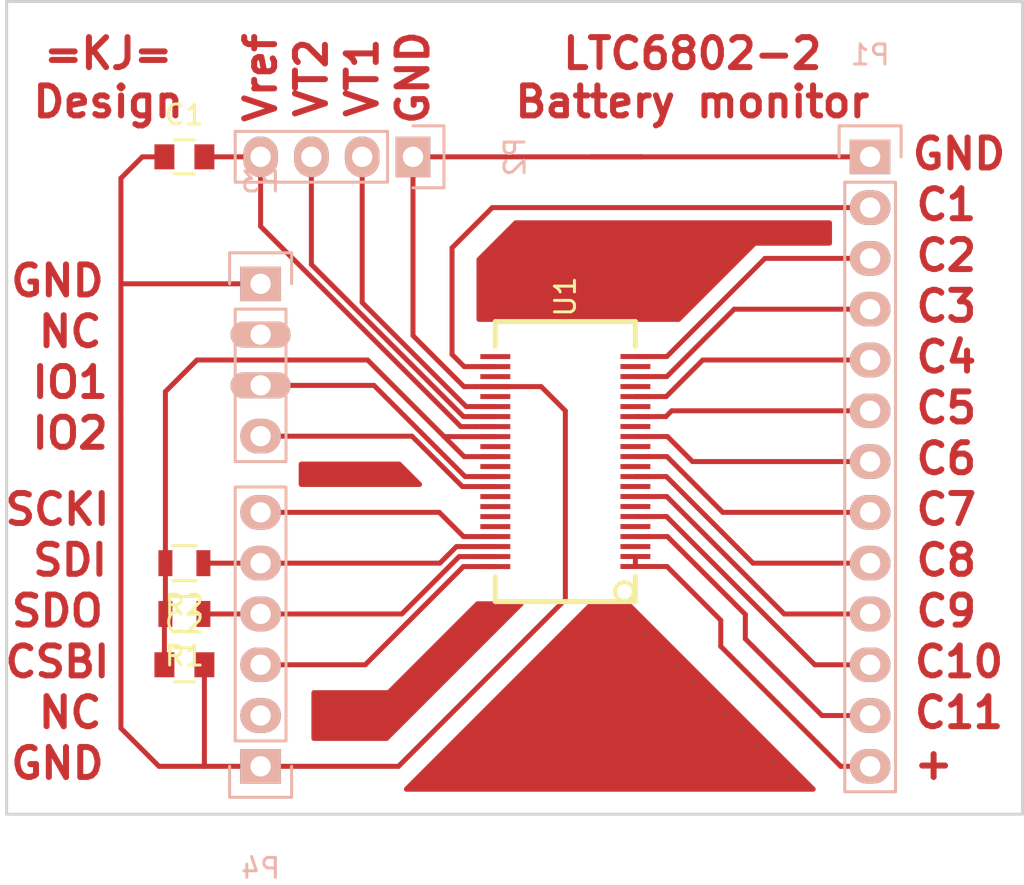
<source format=kicad_pcb>
(kicad_pcb (version 4) (host pcbnew 4.0.4+e1-6308~48~ubuntu16.04.1-stable)

  (general
    (links 35)
    (no_connects 0)
    (area 101.524999 111.684999 152.475001 152.475001)
    (thickness 1.6)
    (drawings 35)
    (tracks 114)
    (zones 0)
    (modules 9)
    (nets 24)
  )

  (page A4)
  (layers
    (0 F.Cu signal)
    (31 B.Cu signal)
    (32 B.Adhes user)
    (33 F.Adhes user)
    (34 B.Paste user)
    (35 F.Paste user)
    (36 B.SilkS user)
    (37 F.SilkS user)
    (38 B.Mask user)
    (39 F.Mask user)
    (40 Dwgs.User user)
    (41 Cmts.User user)
    (42 Eco1.User user)
    (43 Eco2.User user)
    (44 Edge.Cuts user)
    (45 Margin user)
    (46 B.CrtYd user)
    (47 F.CrtYd user)
    (48 B.Fab user)
    (49 F.Fab user)
  )

  (setup
    (last_trace_width 0.25)
    (user_trace_width 0.3)
    (user_trace_width 0.4)
    (user_trace_width 0.5)
    (trace_clearance 0.2)
    (zone_clearance 0.508)
    (zone_45_only no)
    (trace_min 0.2)
    (segment_width 0.2)
    (edge_width 0.15)
    (via_size 0.6)
    (via_drill 0.4)
    (via_min_size 0.4)
    (via_min_drill 0.3)
    (uvia_size 0.3)
    (uvia_drill 0.1)
    (uvias_allowed no)
    (uvia_min_size 0.2)
    (uvia_min_drill 0.1)
    (pcb_text_width 0.3)
    (pcb_text_size 1.5 1.5)
    (mod_edge_width 0.15)
    (mod_text_size 1 1)
    (mod_text_width 0.15)
    (pad_size 3 1.3)
    (pad_drill 1.016)
    (pad_to_mask_clearance 0.2)
    (aux_axis_origin 0 0)
    (visible_elements FFFFFF7F)
    (pcbplotparams
      (layerselection 0x00030_80000001)
      (usegerberextensions false)
      (excludeedgelayer true)
      (linewidth 0.100000)
      (plotframeref false)
      (viasonmask false)
      (mode 1)
      (useauxorigin false)
      (hpglpennumber 1)
      (hpglpenspeed 20)
      (hpglpendiameter 15)
      (hpglpenoverlay 2)
      (psnegative false)
      (psa4output false)
      (plotreference true)
      (plotvalue true)
      (plotinvisibletext false)
      (padsonsilk false)
      (subtractmaskfromsilk false)
      (outputformat 1)
      (mirror false)
      (drillshape 1)
      (scaleselection 1)
      (outputdirectory ""))
  )

  (net 0 "")
  (net 1 GND)
  (net 2 "Net-(C1-Pad2)")
  (net 3 +5V)
  (net 4 "Net-(P1-Pad2)")
  (net 5 "Net-(P1-Pad3)")
  (net 6 "Net-(P1-Pad4)")
  (net 7 "Net-(P1-Pad5)")
  (net 8 "Net-(P1-Pad6)")
  (net 9 "Net-(P1-Pad7)")
  (net 10 "Net-(P1-Pad8)")
  (net 11 "Net-(P1-Pad9)")
  (net 12 "Net-(P1-Pad10)")
  (net 13 "Net-(P1-Pad11)")
  (net 14 "Net-(P1-Pad12)")
  (net 15 "Net-(P1-Pad13)")
  (net 16 "Net-(P2-Pad3)")
  (net 17 "Net-(P3-Pad3)")
  (net 18 "Net-(P3-Pad4)")
  (net 19 "Net-(P4-Pad3)")
  (net 20 "Net-(P4-Pad4)")
  (net 21 "Net-(P4-Pad5)")
  (net 22 "Net-(P4-Pad6)")
  (net 23 "Net-(P2-Pad2)")

  (net_class Default "This is the default net class."
    (clearance 0.2)
    (trace_width 0.25)
    (via_dia 0.6)
    (via_drill 0.4)
    (uvia_dia 0.3)
    (uvia_drill 0.1)
    (add_net +5V)
    (add_net GND)
    (add_net "Net-(C1-Pad2)")
    (add_net "Net-(P1-Pad10)")
    (add_net "Net-(P1-Pad11)")
    (add_net "Net-(P1-Pad12)")
    (add_net "Net-(P1-Pad13)")
    (add_net "Net-(P1-Pad2)")
    (add_net "Net-(P1-Pad3)")
    (add_net "Net-(P1-Pad4)")
    (add_net "Net-(P1-Pad5)")
    (add_net "Net-(P1-Pad6)")
    (add_net "Net-(P1-Pad7)")
    (add_net "Net-(P1-Pad8)")
    (add_net "Net-(P1-Pad9)")
    (add_net "Net-(P2-Pad2)")
    (add_net "Net-(P2-Pad3)")
    (add_net "Net-(P3-Pad3)")
    (add_net "Net-(P3-Pad4)")
    (add_net "Net-(P4-Pad3)")
    (add_net "Net-(P4-Pad4)")
    (add_net "Net-(P4-Pad5)")
    (add_net "Net-(P4-Pad6)")
  )

  (module Pin_Headers:Pin_Header_Straight_1x13 (layer B.Cu) (tedit 0) (tstamp 581348BC)
    (at 144.78 119.52693 180)
    (descr "Through hole pin header")
    (tags "pin header")
    (path /58134AE3)
    (fp_text reference P1 (at 0 5.1 180) (layer B.SilkS)
      (effects (font (size 1 1) (thickness 0.15)) (justify mirror))
    )
    (fp_text value CONN_01X13 (at 0 3.1 180) (layer B.Fab)
      (effects (font (size 1 1) (thickness 0.15)) (justify mirror))
    )
    (fp_line (start -1.75 1.75) (end -1.75 -32.25) (layer B.CrtYd) (width 0.05))
    (fp_line (start 1.75 1.75) (end 1.75 -32.25) (layer B.CrtYd) (width 0.05))
    (fp_line (start -1.75 1.75) (end 1.75 1.75) (layer B.CrtYd) (width 0.05))
    (fp_line (start -1.75 -32.25) (end 1.75 -32.25) (layer B.CrtYd) (width 0.05))
    (fp_line (start -1.27 -1.27) (end -1.27 -31.75) (layer B.SilkS) (width 0.15))
    (fp_line (start -1.27 -31.75) (end 1.27 -31.75) (layer B.SilkS) (width 0.15))
    (fp_line (start 1.27 -31.75) (end 1.27 -1.27) (layer B.SilkS) (width 0.15))
    (fp_line (start 1.55 1.55) (end 1.55 0) (layer B.SilkS) (width 0.15))
    (fp_line (start 1.27 -1.27) (end -1.27 -1.27) (layer B.SilkS) (width 0.15))
    (fp_line (start -1.55 0) (end -1.55 1.55) (layer B.SilkS) (width 0.15))
    (fp_line (start -1.55 1.55) (end 1.55 1.55) (layer B.SilkS) (width 0.15))
    (pad 1 thru_hole rect (at 0 0 180) (size 2.032 1.7272) (drill 1.016) (layers *.Cu *.Mask B.SilkS)
      (net 1 GND))
    (pad 2 thru_hole oval (at 0 -2.54 180) (size 2.032 1.7272) (drill 1.016) (layers *.Cu *.Mask B.SilkS)
      (net 4 "Net-(P1-Pad2)"))
    (pad 3 thru_hole oval (at 0 -5.08 180) (size 2.032 1.7272) (drill 1.016) (layers *.Cu *.Mask B.SilkS)
      (net 5 "Net-(P1-Pad3)"))
    (pad 4 thru_hole oval (at 0 -7.62 180) (size 2.032 1.7272) (drill 1.016) (layers *.Cu *.Mask B.SilkS)
      (net 6 "Net-(P1-Pad4)"))
    (pad 5 thru_hole oval (at 0 -10.16 180) (size 2.032 1.7272) (drill 1.016) (layers *.Cu *.Mask B.SilkS)
      (net 7 "Net-(P1-Pad5)"))
    (pad 6 thru_hole oval (at 0 -12.7 180) (size 2.032 1.7272) (drill 1.016) (layers *.Cu *.Mask B.SilkS)
      (net 8 "Net-(P1-Pad6)"))
    (pad 7 thru_hole oval (at 0 -15.24 180) (size 2.032 1.7272) (drill 1.016) (layers *.Cu *.Mask B.SilkS)
      (net 9 "Net-(P1-Pad7)"))
    (pad 8 thru_hole oval (at 0 -17.78 180) (size 2.032 1.7272) (drill 1.016) (layers *.Cu *.Mask B.SilkS)
      (net 10 "Net-(P1-Pad8)"))
    (pad 9 thru_hole oval (at 0 -20.32 180) (size 2.032 1.7272) (drill 1.016) (layers *.Cu *.Mask B.SilkS)
      (net 11 "Net-(P1-Pad9)"))
    (pad 10 thru_hole oval (at 0 -22.86 180) (size 2.032 1.7272) (drill 1.016) (layers *.Cu *.Mask B.SilkS)
      (net 12 "Net-(P1-Pad10)"))
    (pad 11 thru_hole oval (at 0 -25.4 180) (size 2.032 1.7272) (drill 1.016) (layers *.Cu *.Mask B.SilkS)
      (net 13 "Net-(P1-Pad11)"))
    (pad 12 thru_hole oval (at 0 -27.94 180) (size 2.032 1.7272) (drill 1.016) (layers *.Cu *.Mask B.SilkS)
      (net 14 "Net-(P1-Pad12)"))
    (pad 13 thru_hole oval (at 0 -30.48 180) (size 2.032 1.7272) (drill 1.016) (layers *.Cu *.Mask B.SilkS)
      (net 15 "Net-(P1-Pad13)"))
    (model Pin_Headers.3dshapes/Pin_Header_Straight_1x13.wrl
      (at (xyz 0 -0.6 0))
      (scale (xyz 1 1 1))
      (rotate (xyz 0 0 90))
    )
  )

  (module Pin_Headers:Pin_Header_Straight_1x04 (layer B.Cu) (tedit 0) (tstamp 581348C4)
    (at 121.92 119.52693 90)
    (descr "Through hole pin header")
    (tags "pin header")
    (path /58134C1B)
    (fp_text reference P2 (at 0 5.1 90) (layer B.SilkS)
      (effects (font (size 1 1) (thickness 0.15)) (justify mirror))
    )
    (fp_text value CONN_01X04 (at 0 3.1 90) (layer B.Fab)
      (effects (font (size 1 1) (thickness 0.15)) (justify mirror))
    )
    (fp_line (start -1.75 1.75) (end -1.75 -9.4) (layer B.CrtYd) (width 0.05))
    (fp_line (start 1.75 1.75) (end 1.75 -9.4) (layer B.CrtYd) (width 0.05))
    (fp_line (start -1.75 1.75) (end 1.75 1.75) (layer B.CrtYd) (width 0.05))
    (fp_line (start -1.75 -9.4) (end 1.75 -9.4) (layer B.CrtYd) (width 0.05))
    (fp_line (start -1.27 -1.27) (end -1.27 -8.89) (layer B.SilkS) (width 0.15))
    (fp_line (start 1.27 -1.27) (end 1.27 -8.89) (layer B.SilkS) (width 0.15))
    (fp_line (start 1.55 1.55) (end 1.55 0) (layer B.SilkS) (width 0.15))
    (fp_line (start -1.27 -8.89) (end 1.27 -8.89) (layer B.SilkS) (width 0.15))
    (fp_line (start 1.27 -1.27) (end -1.27 -1.27) (layer B.SilkS) (width 0.15))
    (fp_line (start -1.55 0) (end -1.55 1.55) (layer B.SilkS) (width 0.15))
    (fp_line (start -1.55 1.55) (end 1.55 1.55) (layer B.SilkS) (width 0.15))
    (pad 1 thru_hole rect (at 0 0 90) (size 2.032 1.7272) (drill 1.016) (layers *.Cu *.Mask B.SilkS)
      (net 1 GND))
    (pad 2 thru_hole oval (at 0 -2.54 90) (size 2.032 1.7272) (drill 1.016) (layers *.Cu *.Mask B.SilkS)
      (net 23 "Net-(P2-Pad2)"))
    (pad 3 thru_hole oval (at 0 -5.08 90) (size 2.032 1.7272) (drill 1.016) (layers *.Cu *.Mask B.SilkS)
      (net 16 "Net-(P2-Pad3)"))
    (pad 4 thru_hole oval (at 0 -7.62 90) (size 2.032 1.7272) (drill 1.016) (layers *.Cu *.Mask B.SilkS)
      (net 2 "Net-(C1-Pad2)"))
    (model Pin_Headers.3dshapes/Pin_Header_Straight_1x04.wrl
      (at (xyz 0 -0.15 0))
      (scale (xyz 1 1 1))
      (rotate (xyz 0 0 90))
    )
  )

  (module Pin_Headers:Pin_Header_Straight_1x04 (layer B.Cu) (tedit 5813527D) (tstamp 581348CC)
    (at 114.3 125.87693 180)
    (descr "Through hole pin header")
    (tags "pin header")
    (path /5813505B)
    (fp_text reference P3 (at 0 5.1 180) (layer B.SilkS)
      (effects (font (size 1 1) (thickness 0.15)) (justify mirror))
    )
    (fp_text value CONN_01X04 (at 0 3.1 180) (layer B.Fab)
      (effects (font (size 1 1) (thickness 0.15)) (justify mirror))
    )
    (fp_line (start -1.75 1.75) (end -1.75 -9.4) (layer B.CrtYd) (width 0.05))
    (fp_line (start 1.75 1.75) (end 1.75 -9.4) (layer B.CrtYd) (width 0.05))
    (fp_line (start -1.75 1.75) (end 1.75 1.75) (layer B.CrtYd) (width 0.05))
    (fp_line (start -1.75 -9.4) (end 1.75 -9.4) (layer B.CrtYd) (width 0.05))
    (fp_line (start -1.27 -1.27) (end -1.27 -8.89) (layer B.SilkS) (width 0.15))
    (fp_line (start 1.27 -1.27) (end 1.27 -8.89) (layer B.SilkS) (width 0.15))
    (fp_line (start 1.55 1.55) (end 1.55 0) (layer B.SilkS) (width 0.15))
    (fp_line (start -1.27 -8.89) (end 1.27 -8.89) (layer B.SilkS) (width 0.15))
    (fp_line (start 1.27 -1.27) (end -1.27 -1.27) (layer B.SilkS) (width 0.15))
    (fp_line (start -1.55 0) (end -1.55 1.55) (layer B.SilkS) (width 0.15))
    (fp_line (start -1.55 1.55) (end 1.55 1.55) (layer B.SilkS) (width 0.15))
    (pad 1 thru_hole rect (at 0 0 180) (size 2.032 1.7272) (drill 1.016) (layers *.Cu *.Mask B.SilkS)
      (net 1 GND))
    (pad 2 thru_hole oval (at 0 -2.54 180) (size 3 1.3) (drill 1.016) (layers *.Cu *.Mask B.SilkS))
    (pad 3 thru_hole oval (at 0 -5.08 180) (size 3 1.3) (drill 1.016) (layers *.Cu *.Mask B.SilkS)
      (net 17 "Net-(P3-Pad3)"))
    (pad 4 thru_hole oval (at 0 -7.62 180) (size 2.032 1.7272) (drill 1.016) (layers *.Cu *.Mask B.SilkS)
      (net 18 "Net-(P3-Pad4)"))
    (model Pin_Headers.3dshapes/Pin_Header_Straight_1x04.wrl
      (at (xyz 0 -0.15 0))
      (scale (xyz 1 1 1))
      (rotate (xyz 0 0 90))
    )
  )

  (module Pin_Headers:Pin_Header_Straight_1x06 (layer B.Cu) (tedit 0) (tstamp 581348D6)
    (at 114.3 150.00693)
    (descr "Through hole pin header")
    (tags "pin header")
    (path /58135470)
    (fp_text reference P4 (at 0 5.1) (layer B.SilkS)
      (effects (font (size 1 1) (thickness 0.15)) (justify mirror))
    )
    (fp_text value CONN_01X06 (at 0 3.1) (layer B.Fab)
      (effects (font (size 1 1) (thickness 0.15)) (justify mirror))
    )
    (fp_line (start -1.75 1.75) (end -1.75 -14.45) (layer B.CrtYd) (width 0.05))
    (fp_line (start 1.75 1.75) (end 1.75 -14.45) (layer B.CrtYd) (width 0.05))
    (fp_line (start -1.75 1.75) (end 1.75 1.75) (layer B.CrtYd) (width 0.05))
    (fp_line (start -1.75 -14.45) (end 1.75 -14.45) (layer B.CrtYd) (width 0.05))
    (fp_line (start 1.27 -1.27) (end 1.27 -13.97) (layer B.SilkS) (width 0.15))
    (fp_line (start 1.27 -13.97) (end -1.27 -13.97) (layer B.SilkS) (width 0.15))
    (fp_line (start -1.27 -13.97) (end -1.27 -1.27) (layer B.SilkS) (width 0.15))
    (fp_line (start 1.55 1.55) (end 1.55 0) (layer B.SilkS) (width 0.15))
    (fp_line (start 1.27 -1.27) (end -1.27 -1.27) (layer B.SilkS) (width 0.15))
    (fp_line (start -1.55 0) (end -1.55 1.55) (layer B.SilkS) (width 0.15))
    (fp_line (start -1.55 1.55) (end 1.55 1.55) (layer B.SilkS) (width 0.15))
    (pad 1 thru_hole rect (at 0 0) (size 2.032 1.7272) (drill 1.016) (layers *.Cu *.Mask B.SilkS)
      (net 1 GND))
    (pad 2 thru_hole oval (at 0 -2.54) (size 2.032 1.7272) (drill 1.016) (layers *.Cu *.Mask B.SilkS))
    (pad 3 thru_hole oval (at 0 -5.08) (size 2.032 1.7272) (drill 1.016) (layers *.Cu *.Mask B.SilkS)
      (net 19 "Net-(P4-Pad3)"))
    (pad 4 thru_hole oval (at 0 -7.62) (size 2.032 1.7272) (drill 1.016) (layers *.Cu *.Mask B.SilkS)
      (net 20 "Net-(P4-Pad4)"))
    (pad 5 thru_hole oval (at 0 -10.16) (size 2.032 1.7272) (drill 1.016) (layers *.Cu *.Mask B.SilkS)
      (net 21 "Net-(P4-Pad5)"))
    (pad 6 thru_hole oval (at 0 -12.7) (size 2.032 1.7272) (drill 1.016) (layers *.Cu *.Mask B.SilkS)
      (net 22 "Net-(P4-Pad6)"))
    (model Pin_Headers.3dshapes/Pin_Header_Straight_1x06.wrl
      (at (xyz 0 -0.25 0))
      (scale (xyz 1 1 1))
      (rotate (xyz 0 0 90))
    )
  )

  (module KiCad-Dev:SSOP-44 placed (layer F.Cu) (tedit 5146436F) (tstamp 58134912)
    (at 129.54 134.76693 90)
    (path /58133900)
    (solder_mask_margin 0.0508)
    (fp_text reference U1 (at 8.25 0 90) (layer F.SilkS)
      (effects (font (size 1.00076 1.00076) (thickness 0.14986)))
    )
    (fp_text value LTC6802-2 (at -0.14986 1.39954 90) (layer F.SilkS) hide
      (effects (font (thickness 0.3048)))
    )
    (fp_line (start 5.75 -3.5) (end 7 -3.5) (layer F.SilkS) (width 0.254))
    (fp_line (start 7 -3.5) (end 7 3.5) (layer F.SilkS) (width 0.254))
    (fp_line (start 7 3.5) (end 5.75 3.5) (layer F.SilkS) (width 0.254))
    (fp_line (start -5.75 -3.5) (end -7 -3.5) (layer F.SilkS) (width 0.254))
    (fp_line (start -7 -3.5) (end -7 3.5) (layer F.SilkS) (width 0.254))
    (fp_line (start -7 3.5) (end -5.75 3.5) (layer F.SilkS) (width 0.254))
    (fp_circle (center -6.4991 2.95034) (end -6.10032 3.19926) (layer F.SilkS) (width 0.19558))
    (pad 1 smd rect (at -5.24764 3.50266 90) (size 0.24892 1.4986) (layers F.Cu F.Paste F.Mask)
      (net 15 "Net-(P1-Pad13)"))
    (pad 2 smd rect (at -4.74726 3.50266 90) (size 0.24892 1.4986) (layers F.Cu F.Paste F.Mask)
      (net 15 "Net-(P1-Pad13)"))
    (pad 3 smd rect (at -4.24942 3.50266 90) (size 0.24892 1.4986) (layers F.Cu F.Paste F.Mask))
    (pad 4 smd rect (at -3.74904 3.50266 90) (size 0.24892 1.4986) (layers F.Cu F.Paste F.Mask)
      (net 14 "Net-(P1-Pad12)"))
    (pad 5 smd rect (at -3.24866 3.50266 90) (size 0.24892 1.4986) (layers F.Cu F.Paste F.Mask))
    (pad 6 smd rect (at -2.74828 3.50266 90) (size 0.24892 1.4986) (layers F.Cu F.Paste F.Mask)
      (net 13 "Net-(P1-Pad11)"))
    (pad 7 smd rect (at -2.2479 3.50266 90) (size 0.24892 1.4986) (layers F.Cu F.Paste F.Mask))
    (pad 8 smd rect (at -1.74752 3.50266 90) (size 0.24892 1.4986) (layers F.Cu F.Paste F.Mask)
      (net 12 "Net-(P1-Pad10)"))
    (pad 9 smd rect (at -1.24714 3.50266 90) (size 0.24892 1.4986) (layers F.Cu F.Paste F.Mask))
    (pad 10 smd rect (at -0.7493 3.50266 90) (size 0.24892 1.4986) (layers F.Cu F.Paste F.Mask)
      (net 11 "Net-(P1-Pad9)"))
    (pad 11 smd rect (at -0.24892 3.50266 90) (size 0.24892 1.4986) (layers F.Cu F.Paste F.Mask))
    (pad 12 smd rect (at 0.25146 3.50266 90) (size 0.24892 1.4986) (layers F.Cu F.Paste F.Mask)
      (net 10 "Net-(P1-Pad8)"))
    (pad 13 smd rect (at 0.75184 3.50266 90) (size 0.24892 1.4986) (layers F.Cu F.Paste F.Mask))
    (pad 14 smd rect (at 1.25222 3.50266 90) (size 0.24892 1.4986) (layers F.Cu F.Paste F.Mask)
      (net 9 "Net-(P1-Pad7)"))
    (pad 15 smd rect (at 1.7526 3.50266 90) (size 0.24892 1.4986) (layers F.Cu F.Paste F.Mask))
    (pad 16 smd rect (at 2.25044 3.50266 90) (size 0.24892 1.4986) (layers F.Cu F.Paste F.Mask)
      (net 8 "Net-(P1-Pad6)"))
    (pad 17 smd rect (at 2.75082 3.50266 90) (size 0.24892 1.4986) (layers F.Cu F.Paste F.Mask))
    (pad 18 smd rect (at 3.2512 3.50266 90) (size 0.24892 1.4986) (layers F.Cu F.Paste F.Mask)
      (net 7 "Net-(P1-Pad5)"))
    (pad 19 smd rect (at 3.75158 3.50266 90) (size 0.24892 1.4986) (layers F.Cu F.Paste F.Mask))
    (pad 20 smd rect (at 4.25196 3.50266 90) (size 0.24892 1.4986) (layers F.Cu F.Paste F.Mask)
      (net 6 "Net-(P1-Pad4)"))
    (pad 21 smd rect (at 4.75234 3.50266 90) (size 0.24892 1.4986) (layers F.Cu F.Paste F.Mask))
    (pad 22 smd rect (at 5.25272 3.50266 90) (size 0.24892 1.4986) (layers F.Cu F.Paste F.Mask)
      (net 5 "Net-(P1-Pad3)"))
    (pad 23 smd rect (at 5.25018 -3.50266 90) (size 0.24892 1.4986) (layers F.Cu F.Paste F.Mask))
    (pad 24 smd rect (at 4.7498 -3.50266 90) (size 0.24892 1.4986) (layers F.Cu F.Paste F.Mask)
      (net 4 "Net-(P1-Pad2)"))
    (pad 25 smd rect (at 4.24942 -3.50266 90) (size 0.24892 1.4986) (layers F.Cu F.Paste F.Mask))
    (pad 26 smd rect (at 3.74904 -3.50266 90) (size 0.24892 1.4986) (layers F.Cu F.Paste F.Mask)
      (net 1 GND))
    (pad 27 smd rect (at 3.2512 -3.50266 90) (size 0.24892 1.4986) (layers F.Cu F.Paste F.Mask))
    (pad 28 smd rect (at 2.75082 -3.50266 90) (size 0.24892 1.4986) (layers F.Cu F.Paste F.Mask)
      (net 23 "Net-(P2-Pad2)"))
    (pad 29 smd rect (at 2.25044 -3.50266 90) (size 0.24892 1.4986) (layers F.Cu F.Paste F.Mask)
      (net 16 "Net-(P2-Pad3)"))
    (pad 30 smd rect (at 1.75006 -3.50266 90) (size 0.24892 1.4986) (layers F.Cu F.Paste F.Mask)
      (net 2 "Net-(C1-Pad2)"))
    (pad 31 smd rect (at 1.24968 -3.50266 90) (size 0.24892 1.4986) (layers F.Cu F.Paste F.Mask)
      (net 3 +5V))
    (pad 32 smd rect (at 0.7493 -3.50266 90) (size 0.24892 1.4986) (layers F.Cu F.Paste F.Mask))
    (pad 33 smd rect (at 0.24892 -3.50266 90) (size 0.24892 1.4986) (layers F.Cu F.Paste F.Mask)
      (net 3 +5V))
    (pad 34 smd rect (at -0.24892 -3.50266 90) (size 0.24892 1.4986) (layers F.Cu F.Paste F.Mask))
    (pad 35 smd rect (at -0.7493 -3.50266 90) (size 0.24892 1.4986) (layers F.Cu F.Paste F.Mask)
      (net 17 "Net-(P3-Pad3)"))
    (pad 36 smd rect (at -1.24968 -3.50266 90) (size 0.24892 1.4986) (layers F.Cu F.Paste F.Mask)
      (net 18 "Net-(P3-Pad4)"))
    (pad 37 smd rect (at -1.75006 -3.50266 90) (size 0.24892 1.4986) (layers F.Cu F.Paste F.Mask))
    (pad 38 smd rect (at -2.25044 -3.50266 90) (size 0.24892 1.4986) (layers F.Cu F.Paste F.Mask))
    (pad 39 smd rect (at -2.75082 -3.50266 90) (size 0.24892 1.4986) (layers F.Cu F.Paste F.Mask))
    (pad 40 smd rect (at -3.2512 -3.50266 90) (size 0.24892 1.4986) (layers F.Cu F.Paste F.Mask))
    (pad 41 smd rect (at -3.74904 -3.50266 90) (size 0.24892 1.4986) (layers F.Cu F.Paste F.Mask)
      (net 22 "Net-(P4-Pad6)"))
    (pad 42 smd rect (at -4.24942 -3.50266 90) (size 0.24892 1.4986) (layers F.Cu F.Paste F.Mask)
      (net 21 "Net-(P4-Pad5)"))
    (pad 43 smd rect (at -4.7498 -3.50266 90) (size 0.24892 1.4986) (layers F.Cu F.Paste F.Mask)
      (net 20 "Net-(P4-Pad4)"))
    (pad 44 smd rect (at -5.25018 -3.50266 90) (size 0.24892 1.4986) (layers F.Cu F.Paste F.Mask)
      (net 19 "Net-(P4-Pad3)"))
  )

  (module Capacitors_SMD:C_0805 (layer F.Cu) (tedit 5415D6EA) (tstamp 58134A0B)
    (at 110.49 119.52693)
    (descr "Capacitor SMD 0805, reflow soldering, AVX (see smccp.pdf)")
    (tags "capacitor 0805")
    (path /58134476)
    (attr smd)
    (fp_text reference C1 (at 0 -2.1) (layer F.SilkS)
      (effects (font (size 1 1) (thickness 0.15)))
    )
    (fp_text value C (at 0 2.1) (layer F.Fab)
      (effects (font (size 1 1) (thickness 0.15)))
    )
    (fp_line (start -1 0.625) (end -1 -0.625) (layer F.Fab) (width 0.15))
    (fp_line (start 1 0.625) (end -1 0.625) (layer F.Fab) (width 0.15))
    (fp_line (start 1 -0.625) (end 1 0.625) (layer F.Fab) (width 0.15))
    (fp_line (start -1 -0.625) (end 1 -0.625) (layer F.Fab) (width 0.15))
    (fp_line (start -1.8 -1) (end 1.8 -1) (layer F.CrtYd) (width 0.05))
    (fp_line (start -1.8 1) (end 1.8 1) (layer F.CrtYd) (width 0.05))
    (fp_line (start -1.8 -1) (end -1.8 1) (layer F.CrtYd) (width 0.05))
    (fp_line (start 1.8 -1) (end 1.8 1) (layer F.CrtYd) (width 0.05))
    (fp_line (start 0.5 -0.85) (end -0.5 -0.85) (layer F.SilkS) (width 0.15))
    (fp_line (start -0.5 0.85) (end 0.5 0.85) (layer F.SilkS) (width 0.15))
    (pad 1 smd rect (at -1 0) (size 1 1.25) (layers F.Cu F.Paste F.Mask)
      (net 1 GND))
    (pad 2 smd rect (at 1 0) (size 1 1.25) (layers F.Cu F.Paste F.Mask)
      (net 2 "Net-(C1-Pad2)"))
    (model Capacitors_SMD.3dshapes/C_0805.wrl
      (at (xyz 0 0 0))
      (scale (xyz 1 1 1))
      (rotate (xyz 0 0 0))
    )
  )

  (module Capacitors_SMD:C_0805 (layer F.Cu) (tedit 5415D6EA) (tstamp 58134A10)
    (at 110.49 144.92693)
    (descr "Capacitor SMD 0805, reflow soldering, AVX (see smccp.pdf)")
    (tags "capacitor 0805")
    (path /581340D0)
    (attr smd)
    (fp_text reference C2 (at 0 -2.1) (layer F.SilkS)
      (effects (font (size 1 1) (thickness 0.15)))
    )
    (fp_text value C (at 0 2.1) (layer F.Fab)
      (effects (font (size 1 1) (thickness 0.15)))
    )
    (fp_line (start -1 0.625) (end -1 -0.625) (layer F.Fab) (width 0.15))
    (fp_line (start 1 0.625) (end -1 0.625) (layer F.Fab) (width 0.15))
    (fp_line (start 1 -0.625) (end 1 0.625) (layer F.Fab) (width 0.15))
    (fp_line (start -1 -0.625) (end 1 -0.625) (layer F.Fab) (width 0.15))
    (fp_line (start -1.8 -1) (end 1.8 -1) (layer F.CrtYd) (width 0.05))
    (fp_line (start -1.8 1) (end 1.8 1) (layer F.CrtYd) (width 0.05))
    (fp_line (start -1.8 -1) (end -1.8 1) (layer F.CrtYd) (width 0.05))
    (fp_line (start 1.8 -1) (end 1.8 1) (layer F.CrtYd) (width 0.05))
    (fp_line (start 0.5 -0.85) (end -0.5 -0.85) (layer F.SilkS) (width 0.15))
    (fp_line (start -0.5 0.85) (end 0.5 0.85) (layer F.SilkS) (width 0.15))
    (pad 1 smd rect (at -1 0) (size 1 1.25) (layers F.Cu F.Paste F.Mask)
      (net 3 +5V))
    (pad 2 smd rect (at 1 0) (size 1 1.25) (layers F.Cu F.Paste F.Mask)
      (net 1 GND))
    (model Capacitors_SMD.3dshapes/C_0805.wrl
      (at (xyz 0 0 0))
      (scale (xyz 1 1 1))
      (rotate (xyz 0 0 0))
    )
  )

  (module Resistors_SMD:R_0805 (layer F.Cu) (tedit 5415CDEB) (tstamp 58134A15)
    (at 110.49 142.38693 180)
    (descr "Resistor SMD 0805, reflow soldering, Vishay (see dcrcw.pdf)")
    (tags "resistor 0805")
    (path /58133EAB)
    (attr smd)
    (fp_text reference R1 (at 0 -2.1 180) (layer F.SilkS)
      (effects (font (size 1 1) (thickness 0.15)))
    )
    (fp_text value R (at 0 2.1 180) (layer F.Fab)
      (effects (font (size 1 1) (thickness 0.15)))
    )
    (fp_line (start -1.6 -1) (end 1.6 -1) (layer F.CrtYd) (width 0.05))
    (fp_line (start -1.6 1) (end 1.6 1) (layer F.CrtYd) (width 0.05))
    (fp_line (start -1.6 -1) (end -1.6 1) (layer F.CrtYd) (width 0.05))
    (fp_line (start 1.6 -1) (end 1.6 1) (layer F.CrtYd) (width 0.05))
    (fp_line (start 0.6 0.875) (end -0.6 0.875) (layer F.SilkS) (width 0.15))
    (fp_line (start -0.6 -0.875) (end 0.6 -0.875) (layer F.SilkS) (width 0.15))
    (pad 1 smd rect (at -0.95 0 180) (size 0.7 1.3) (layers F.Cu F.Paste F.Mask)
      (net 20 "Net-(P4-Pad4)"))
    (pad 2 smd rect (at 0.95 0 180) (size 0.7 1.3) (layers F.Cu F.Paste F.Mask)
      (net 3 +5V))
    (model Resistors_SMD.3dshapes/R_0805.wrl
      (at (xyz 0 0 0))
      (scale (xyz 1 1 1))
      (rotate (xyz 0 0 0))
    )
  )

  (module Resistors_SMD:R_0805 (layer F.Cu) (tedit 5415CDEB) (tstamp 58134A1A)
    (at 110.49 139.84693 180)
    (descr "Resistor SMD 0805, reflow soldering, Vishay (see dcrcw.pdf)")
    (tags "resistor 0805")
    (path /58133F04)
    (attr smd)
    (fp_text reference R2 (at 0 -2.1 180) (layer F.SilkS)
      (effects (font (size 1 1) (thickness 0.15)))
    )
    (fp_text value R (at 0 2.1 180) (layer F.Fab)
      (effects (font (size 1 1) (thickness 0.15)))
    )
    (fp_line (start -1.6 -1) (end 1.6 -1) (layer F.CrtYd) (width 0.05))
    (fp_line (start -1.6 1) (end 1.6 1) (layer F.CrtYd) (width 0.05))
    (fp_line (start -1.6 -1) (end -1.6 1) (layer F.CrtYd) (width 0.05))
    (fp_line (start 1.6 -1) (end 1.6 1) (layer F.CrtYd) (width 0.05))
    (fp_line (start 0.6 0.875) (end -0.6 0.875) (layer F.SilkS) (width 0.15))
    (fp_line (start -0.6 -0.875) (end 0.6 -0.875) (layer F.SilkS) (width 0.15))
    (pad 1 smd rect (at -0.95 0 180) (size 0.7 1.3) (layers F.Cu F.Paste F.Mask)
      (net 21 "Net-(P4-Pad5)"))
    (pad 2 smd rect (at 0.95 0 180) (size 0.7 1.3) (layers F.Cu F.Paste F.Mask)
      (net 3 +5V))
    (model Resistors_SMD.3dshapes/R_0805.wrl
      (at (xyz 0 0 0))
      (scale (xyz 1 1 1))
      (rotate (xyz 0 0 0))
    )
  )

  (gr_text NC (at 104.775 147.32) (layer F.Cu) (tstamp 5813A0F2)
    (effects (font (size 1.5 1.5) (thickness 0.3)))
  )
  (gr_text "=KJ=\nDesign" (at 106.68 115.57) (layer F.Cu)
    (effects (font (size 1.5 1.5) (thickness 0.3)))
  )
  (gr_text "LTC6802-2\nBattery monitor" (at 135.89 115.57) (layer F.Cu)
    (effects (font (size 1.5 1.5) (thickness 0.3)))
  )
  (gr_text NC (at 104.775 128.27) (layer F.Cu)
    (effects (font (size 1.5 1.5) (thickness 0.3)))
  )
  (gr_text GND (at 104.14 149.86) (layer F.Cu) (tstamp 5813A001)
    (effects (font (size 1.5 1.5) (thickness 0.3)))
  )
  (gr_text SCKI (at 104.14 137.16) (layer F.Cu) (tstamp 58139FE0)
    (effects (font (size 1.5 1.5) (thickness 0.3)))
  )
  (gr_text SDI (at 104.775 139.7) (layer F.Cu) (tstamp 58139FDE)
    (effects (font (size 1.5 1.5) (thickness 0.3)))
  )
  (gr_text SDO (at 104.14 142.24) (layer F.Cu) (tstamp 58139FDD)
    (effects (font (size 1.5 1.5) (thickness 0.3)))
  )
  (gr_text CSBI (at 104.14 144.78) (layer F.Cu)
    (effects (font (size 1.5 1.5) (thickness 0.3)))
  )
  (gr_text IO2 (at 104.775 133.35) (layer F.Cu)
    (effects (font (size 1.5 1.5) (thickness 0.3)))
  )
  (gr_text IO1 (at 104.775 130.81) (layer F.Cu)
    (effects (font (size 1.5 1.5) (thickness 0.3)))
  )
  (gr_text GND (at 104.14 125.73) (layer F.Cu)
    (effects (font (size 1.5 1.5) (thickness 0.3)))
  )
  (gr_text Vref (at 114.3 115.57 90) (layer F.Cu) (tstamp 58139F3C)
    (effects (font (size 1.5 1.5) (thickness 0.3)))
  )
  (gr_text VT2 (at 116.84 115.57 90) (layer F.Cu) (tstamp 58139F3B)
    (effects (font (size 1.5 1.5) (thickness 0.3)))
  )
  (gr_text VT1 (at 119.38 115.57 90) (layer F.Cu)
    (effects (font (size 1.5 1.5) (thickness 0.3)))
  )
  (gr_text GND (at 121.92 115.57 90) (layer F.Cu)
    (effects (font (size 1.5 1.5) (thickness 0.3)))
  )
  (gr_text + (at 147.955 149.86) (layer F.Cu) (tstamp 58139E99)
    (effects (font (size 1.5 1.5) (thickness 0.3)))
  )
  (gr_text C11 (at 149.225 147.32) (layer F.Cu) (tstamp 58139E98)
    (effects (font (size 1.5 1.5) (thickness 0.3)))
  )
  (gr_text C10 (at 149.225 144.78) (layer F.Cu) (tstamp 58139E96)
    (effects (font (size 1.5 1.5) (thickness 0.3)))
  )
  (gr_text C9 (at 148.59 142.24) (layer F.Cu) (tstamp 58139E95)
    (effects (font (size 1.5 1.5) (thickness 0.3)))
  )
  (gr_text C8 (at 148.59 139.7) (layer F.Cu) (tstamp 58139E93)
    (effects (font (size 1.5 1.5) (thickness 0.3)))
  )
  (gr_text C7 (at 148.59 137.16) (layer F.Cu) (tstamp 58139E8C)
    (effects (font (size 1.5 1.5) (thickness 0.3)))
  )
  (gr_text C6 (at 148.59 134.62) (layer F.Cu) (tstamp 58139E8A)
    (effects (font (size 1.5 1.5) (thickness 0.3)))
  )
  (gr_text C5 (at 148.59 132.08) (layer F.Cu) (tstamp 58139E89)
    (effects (font (size 1.5 1.5) (thickness 0.3)))
  )
  (gr_text C4 (at 148.59 129.54) (layer F.Cu) (tstamp 58139E88)
    (effects (font (size 1.5 1.5) (thickness 0.3)))
  )
  (gr_text C3 (at 148.59 127) (layer F.Cu) (tstamp 58139E86)
    (effects (font (size 1.5 1.5) (thickness 0.3)))
  )
  (gr_text C2 (at 148.59 124.46) (layer F.Cu) (tstamp 58139E84)
    (effects (font (size 1.5 1.5) (thickness 0.3)))
  )
  (gr_text C1 (at 148.59 121.92) (layer F.Cu)
    (effects (font (size 1.5 1.5) (thickness 0.3)))
  )
  (gr_text GND (at 149.225 119.38) (layer F.Cu)
    (effects (font (size 1.5 1.5) (thickness 0.3)))
  )
  (gr_line (start 101.6 111.76) (end 152.4 111.76) (layer Edge.Cuts) (width 0.15))
  (gr_line (start 101.6 152.4) (end 101.6 111.76) (layer Edge.Cuts) (width 0.15))
  (gr_line (start 152.4 152.4) (end 101.6 152.4) (layer Edge.Cuts) (width 0.15))
  (gr_line (start 152.4 111.76) (end 152.4 152.4) (layer Edge.Cuts) (width 0.15))
  (gr_line (start 124.46 142.38693) (end 124.46 127.14693) (layer Dwgs.User) (width 0.2))
  (gr_line (start 134.62 142.38693) (end 134.62 127.14693) (layer Dwgs.User) (width 0.2))

  (segment (start 114.3 150.00693) (end 121.19534 150.00693) (width 0.25) (layer F.Cu) (net 1))
  (segment (start 121.19534 150.00693) (end 129.54 141.66227) (width 0.25) (layer F.Cu) (net 1))
  (segment (start 129.54 141.66227) (end 129.54 132.22693) (width 0.25) (layer F.Cu) (net 1))
  (segment (start 129.54 132.22693) (end 128.33096 131.01789) (width 0.25) (layer F.Cu) (net 1))
  (segment (start 128.33096 131.01789) (end 126.03734 131.01789) (width 0.25) (layer F.Cu) (net 1))
  (segment (start 121.92 119.52693) (end 121.92 128.469043) (width 0.25) (layer F.Cu) (net 1))
  (segment (start 121.92 128.469043) (end 124.468847 131.01789) (width 0.25) (layer F.Cu) (net 1))
  (segment (start 124.468847 131.01789) (end 125.03804 131.01789) (width 0.25) (layer F.Cu) (net 1))
  (segment (start 125.03804 131.01789) (end 126.03734 131.01789) (width 0.25) (layer F.Cu) (net 1))
  (segment (start 109.49 119.52693) (end 108.386122 119.52693) (width 0.25) (layer F.Cu) (net 1))
  (segment (start 108.386122 119.52693) (end 107.315 120.598052) (width 0.25) (layer F.Cu) (net 1))
  (segment (start 107.315 120.598052) (end 107.315 125.87693) (width 0.25) (layer F.Cu) (net 1))
  (segment (start 107.315 125.87693) (end 107.315 132.22693) (width 0.25) (layer F.Cu) (net 1))
  (segment (start 114.3 125.87693) (end 107.315 125.87693) (width 0.25) (layer F.Cu) (net 1))
  (segment (start 107.315 148.10193) (end 107.315 132.22693) (width 0.25) (layer F.Cu) (net 1))
  (segment (start 107.315 132.22693) (end 107.315 131.59193) (width 0.25) (layer F.Cu) (net 1))
  (segment (start 111.49 144.92693) (end 111.49 150.00693) (width 0.25) (layer F.Cu) (net 1))
  (segment (start 109.22 150.00693) (end 107.315 148.10193) (width 0.25) (layer F.Cu) (net 1))
  (segment (start 111.49 150.00693) (end 109.22 150.00693) (width 0.25) (layer F.Cu) (net 1))
  (segment (start 114.3 150.00693) (end 111.49 150.00693) (width 0.25) (layer F.Cu) (net 1))
  (segment (start 144.78 119.52693) (end 133.35 119.52693) (width 0.25) (layer F.Cu) (net 1))
  (segment (start 133.35 119.52693) (end 130.81 119.52693) (width 0.25) (layer F.Cu) (net 1))
  (segment (start 121.92 119.52693) (end 133.35 119.52693) (width 0.25) (layer F.Cu) (net 1))
  (segment (start 114.3 123.006731) (end 124.310141 133.01687) (width 0.25) (layer F.Cu) (net 2))
  (segment (start 125.03804 133.01687) (end 126.03734 133.01687) (width 0.25) (layer F.Cu) (net 2))
  (segment (start 114.3 119.52693) (end 114.3 123.006731) (width 0.25) (layer F.Cu) (net 2))
  (segment (start 124.310141 133.01687) (end 125.03804 133.01687) (width 0.25) (layer F.Cu) (net 2))
  (segment (start 114.3 119.52693) (end 111.49 119.52693) (width 0.25) (layer F.Cu) (net 2))
  (segment (start 119.650333 129.68693) (end 123.460333 133.49693) (width 0.25) (layer F.Cu) (net 3))
  (segment (start 123.460333 133.49693) (end 124.481413 134.51801) (width 0.25) (layer F.Cu) (net 3))
  (segment (start 123.480653 133.51725) (end 123.460333 133.49693) (width 0.25) (layer F.Cu) (net 3))
  (segment (start 126.03734 133.51725) (end 123.480653 133.51725) (width 0.25) (layer F.Cu) (net 3))
  (segment (start 109.54 139.84693) (end 109.54 131.266635) (width 0.25) (layer F.Cu) (net 3))
  (segment (start 109.54 131.266635) (end 111.119705 129.68693) (width 0.25) (layer F.Cu) (net 3))
  (segment (start 111.119705 129.68693) (end 119.650333 129.68693) (width 0.25) (layer F.Cu) (net 3))
  (segment (start 124.481413 134.51801) (end 126.03734 134.51801) (width 0.25) (layer F.Cu) (net 3))
  (segment (start 109.49 144.92693) (end 109.49 142.43693) (width 0.25) (layer F.Cu) (net 3))
  (segment (start 109.49 142.43693) (end 109.54 142.38693) (width 0.25) (layer F.Cu) (net 3))
  (segment (start 109.54 142.38693) (end 109.54 139.84693) (width 0.25) (layer F.Cu) (net 3))
  (segment (start 144.78 122.06693) (end 125.885384 122.06693) (width 0.25) (layer F.Cu) (net 4))
  (segment (start 125.885384 122.06693) (end 123.873219 124.079095) (width 0.25) (layer F.Cu) (net 4))
  (segment (start 123.873219 124.079095) (end 123.873219 129.407793) (width 0.25) (layer F.Cu) (net 4))
  (segment (start 123.873219 129.407793) (end 124.482556 130.01713) (width 0.25) (layer F.Cu) (net 4))
  (segment (start 124.482556 130.01713) (end 126.03734 130.01713) (width 0.25) (layer F.Cu) (net 4))
  (segment (start 133.04266 129.51421) (end 134.612997 129.51421) (width 0.25) (layer F.Cu) (net 5))
  (segment (start 134.612997 129.51421) (end 139.520277 124.60693) (width 0.25) (layer F.Cu) (net 5))
  (segment (start 139.520277 124.60693) (end 144.78 124.60693) (width 0.25) (layer F.Cu) (net 5))
  (segment (start 144.78 127.14693) (end 137.980212 127.14693) (width 0.25) (layer F.Cu) (net 6))
  (segment (start 137.980212 127.14693) (end 134.612172 130.51497) (width 0.25) (layer F.Cu) (net 6))
  (segment (start 134.612172 130.51497) (end 134.04196 130.51497) (width 0.25) (layer F.Cu) (net 6))
  (segment (start 134.04196 130.51497) (end 133.04266 130.51497) (width 0.25) (layer F.Cu) (net 6))
  (segment (start 133.04266 131.51573) (end 134.583954 131.51573) (width 0.25) (layer F.Cu) (net 7))
  (segment (start 134.583954 131.51573) (end 136.412754 129.68693) (width 0.25) (layer F.Cu) (net 7))
  (segment (start 136.412754 129.68693) (end 144.78 129.68693) (width 0.25) (layer F.Cu) (net 7))
  (segment (start 133.04266 132.51649) (end 134.569433 132.51649) (width 0.25) (layer F.Cu) (net 8))
  (segment (start 134.569433 132.51649) (end 134.858993 132.22693) (width 0.25) (layer F.Cu) (net 8))
  (segment (start 134.858993 132.22693) (end 144.78 132.22693) (width 0.25) (layer F.Cu) (net 8))
  (segment (start 133.04266 133.51471) (end 134.64664 133.51471) (width 0.25) (layer F.Cu) (net 9))
  (segment (start 134.64664 133.51471) (end 135.89886 134.76693) (width 0.25) (layer F.Cu) (net 9))
  (segment (start 135.89886 134.76693) (end 144.78 134.76693) (width 0.25) (layer F.Cu) (net 9))
  (segment (start 133.04266 134.51547) (end 134.619685 134.51547) (width 0.25) (layer F.Cu) (net 10))
  (segment (start 134.619685 134.51547) (end 137.411145 137.30693) (width 0.25) (layer F.Cu) (net 10))
  (segment (start 137.411145 137.30693) (end 144.78 137.30693) (width 0.25) (layer F.Cu) (net 10))
  (segment (start 133.04266 135.51623) (end 134.592731 135.51623) (width 0.25) (layer F.Cu) (net 11))
  (segment (start 134.592731 135.51623) (end 138.923431 139.84693) (width 0.25) (layer F.Cu) (net 11))
  (segment (start 138.923431 139.84693) (end 144.78 139.84693) (width 0.25) (layer F.Cu) (net 11))
  (segment (start 133.04266 136.51445) (end 134.608577 136.51445) (width 0.25) (layer F.Cu) (net 12))
  (segment (start 134.608577 136.51445) (end 140.481057 142.38693) (width 0.25) (layer F.Cu) (net 12))
  (segment (start 140.481057 142.38693) (end 144.78 142.38693) (width 0.25) (layer F.Cu) (net 12))
  (segment (start 133.04266 137.51521) (end 134.600017 137.51521) (width 0.25) (layer F.Cu) (net 13))
  (segment (start 134.600017 137.51521) (end 142.011737 144.92693) (width 0.25) (layer F.Cu) (net 13))
  (segment (start 142.011737 144.92693) (end 143.514 144.92693) (width 0.25) (layer F.Cu) (net 13))
  (segment (start 143.514 144.92693) (end 144.78 144.92693) (width 0.25) (layer F.Cu) (net 13))
  (segment (start 133.04266 138.51597) (end 134.644182 138.51597) (width 0.25) (layer F.Cu) (net 14))
  (segment (start 138.540488 142.412276) (end 138.540488 143.63367) (width 0.25) (layer F.Cu) (net 14))
  (segment (start 134.644182 138.51597) (end 138.540488 142.412276) (width 0.25) (layer F.Cu) (net 14))
  (segment (start 138.540488 143.63367) (end 142.373748 147.46693) (width 0.25) (layer F.Cu) (net 14))
  (segment (start 142.373748 147.46693) (end 144.78 147.46693) (width 0.25) (layer F.Cu) (net 14))
  (segment (start 133.04266 140.01457) (end 134.625086 140.01457) (width 0.25) (layer F.Cu) (net 15))
  (segment (start 134.625086 140.01457) (end 137.31081 142.700294) (width 0.25) (layer F.Cu) (net 15))
  (segment (start 137.31081 142.700294) (end 137.31081 144.008183) (width 0.25) (layer F.Cu) (net 15))
  (segment (start 137.31081 144.008183) (end 143.309557 150.00693) (width 0.25) (layer F.Cu) (net 15))
  (segment (start 143.309557 150.00693) (end 144.78 150.00693) (width 0.25) (layer F.Cu) (net 15))
  (segment (start 133.04266 139.51419) (end 133.04266 140.01457) (width 0.25) (layer F.Cu) (net 15))
  (segment (start 116.84 120.79293) (end 116.84 119.52693) (width 0.25) (layer F.Cu) (net 16))
  (segment (start 116.84 124.910319) (end 116.84 120.79293) (width 0.25) (layer F.Cu) (net 16))
  (segment (start 124.446171 132.51649) (end 116.84 124.910319) (width 0.25) (layer F.Cu) (net 16))
  (segment (start 126.03734 132.51649) (end 124.446171 132.51649) (width 0.25) (layer F.Cu) (net 16))
  (segment (start 119.968652 130.95693) (end 124.527952 135.51623) (width 0.25) (layer F.Cu) (net 17))
  (segment (start 114.3 130.95693) (end 119.968652 130.95693) (width 0.25) (layer F.Cu) (net 17))
  (segment (start 125.03804 135.51623) (end 126.03734 135.51623) (width 0.25) (layer F.Cu) (net 17))
  (segment (start 124.527952 135.51623) (end 125.03804 135.51623) (width 0.25) (layer F.Cu) (net 17))
  (segment (start 114.3 133.49693) (end 121.872242 133.49693) (width 0.25) (layer F.Cu) (net 18))
  (segment (start 121.872242 133.49693) (end 124.391922 136.01661) (width 0.25) (layer F.Cu) (net 18))
  (segment (start 124.391922 136.01661) (end 126.03734 136.01661) (width 0.25) (layer F.Cu) (net 18))
  (segment (start 114.3 144.92693) (end 119.532949 144.92693) (width 0.25) (layer F.Cu) (net 19))
  (segment (start 119.532949 144.92693) (end 124.442769 140.01711) (width 0.25) (layer F.Cu) (net 19))
  (segment (start 124.442769 140.01711) (end 126.03734 140.01711) (width 0.25) (layer F.Cu) (net 19))
  (segment (start 125.03804 139.51673) (end 126.03734 139.51673) (width 0.25) (layer F.Cu) (net 20))
  (segment (start 124.231895 139.51673) (end 125.03804 139.51673) (width 0.25) (layer F.Cu) (net 20))
  (segment (start 121.361695 142.38693) (end 124.231895 139.51673) (width 0.25) (layer F.Cu) (net 20))
  (segment (start 114.3 142.38693) (end 121.361695 142.38693) (width 0.25) (layer F.Cu) (net 20))
  (segment (start 114.3 142.38693) (end 111.44 142.38693) (width 0.25) (layer F.Cu) (net 20))
  (segment (start 114.3 139.84693) (end 123.265285 139.84693) (width 0.25) (layer F.Cu) (net 21))
  (segment (start 123.265285 139.84693) (end 124.095865 139.01635) (width 0.25) (layer F.Cu) (net 21))
  (segment (start 124.095865 139.01635) (end 126.03734 139.01635) (width 0.25) (layer F.Cu) (net 21))
  (segment (start 111.44 139.84693) (end 114.3 139.84693) (width 0.25) (layer F.Cu) (net 21))
  (segment (start 114.3 137.30693) (end 123.23696 137.30693) (width 0.25) (layer F.Cu) (net 22))
  (segment (start 123.23696 137.30693) (end 124.446 138.51597) (width 0.25) (layer F.Cu) (net 22))
  (segment (start 124.446 138.51597) (end 126.03734 138.51597) (width 0.25) (layer F.Cu) (net 22))
  (segment (start 119.38 120.79293) (end 119.38 119.52693) (width 0.25) (layer F.Cu) (net 23))
  (segment (start 126.03734 132.01611) (end 124.582201 132.01611) (width 0.25) (layer F.Cu) (net 23))
  (segment (start 124.582201 132.01611) (end 119.38 126.813909) (width 0.25) (layer F.Cu) (net 23))
  (segment (start 119.38 126.813909) (end 119.38 120.79293) (width 0.25) (layer F.Cu) (net 23))

  (zone (net 0) (net_name "") (layer F.Cu) (tstamp 0) (hatch edge 0.508)
    (connect_pads (clearance 0.508))
    (min_thickness 0.254)
    (fill yes (arc_segments 16) (thermal_gap 0.508) (thermal_bridge_width 0.508))
    (polygon
      (pts
        (xy 121.285 151.27693) (xy 130.81 141.75193) (xy 132.715 141.75193) (xy 142.24 151.27693)
      )
    )
    (filled_polygon
      (pts
        (xy 141.933394 151.14993) (xy 121.591606 151.14993) (xy 130.862606 141.87893) (xy 132.662394 141.87893)
      )
    )
  )
  (zone (net 0) (net_name "") (layer F.Cu) (tstamp 0) (hatch edge 0.508)
    (connect_pads (clearance 0.508))
    (min_thickness 0.254)
    (fill yes (arc_segments 16) (thermal_gap 0.508) (thermal_bridge_width 0.508))
    (polygon
      (pts
        (xy 142.875 122.70193) (xy 142.875 123.97193) (xy 139.065 123.97193) (xy 135.255 127.78193) (xy 125.095 127.78193)
        (xy 125.095 124.60693) (xy 127 122.70193)
      )
    )
    (filled_polygon
      (pts
        (xy 142.748 123.84493) (xy 139.065 123.84493) (xy 139.01559 123.854936) (xy 138.975197 123.882127) (xy 135.202394 127.65493)
        (xy 125.222 127.65493) (xy 125.222 124.659536) (xy 127.052606 122.82893) (xy 142.748 122.82893)
      )
    )
  )
  (zone (net 0) (net_name "") (layer F.Cu) (tstamp 0) (hatch edge 0.508)
    (connect_pads (clearance 0.508))
    (min_thickness 0.254)
    (fill yes (arc_segments 16) (thermal_gap 0.508) (thermal_bridge_width 0.508))
    (polygon
      (pts
        (xy 116.84 148.73693) (xy 116.84 146.19693) (xy 120.65 146.19693) (xy 125.095 141.75193) (xy 127.635 141.75193)
        (xy 120.65 148.73693)
      )
    )
    (filled_polygon
      (pts
        (xy 120.597394 148.60993) (xy 116.967 148.60993) (xy 116.967 146.32393) (xy 120.65 146.32393) (xy 120.69941 146.313924)
        (xy 120.739803 146.286733) (xy 125.147606 141.87893) (xy 127.328394 141.87893)
      )
    )
  )
  (zone (net 0) (net_name "") (layer F.Cu) (tstamp 0) (hatch edge 0.508)
    (connect_pads (clearance 0.508))
    (min_thickness 0.254)
    (fill yes (arc_segments 16) (thermal_gap 0.508) (thermal_bridge_width 0.508))
    (polygon
      (pts
        (xy 116.205 136.03693) (xy 116.205 134.76693) (xy 121.285 134.76693) (xy 122.555 136.03693)
      )
    )
    (filled_polygon
      (pts
        (xy 122.248394 135.90993) (xy 116.332 135.90993) (xy 116.332 134.89393) (xy 121.232394 134.89393)
      )
    )
  )
)

</source>
